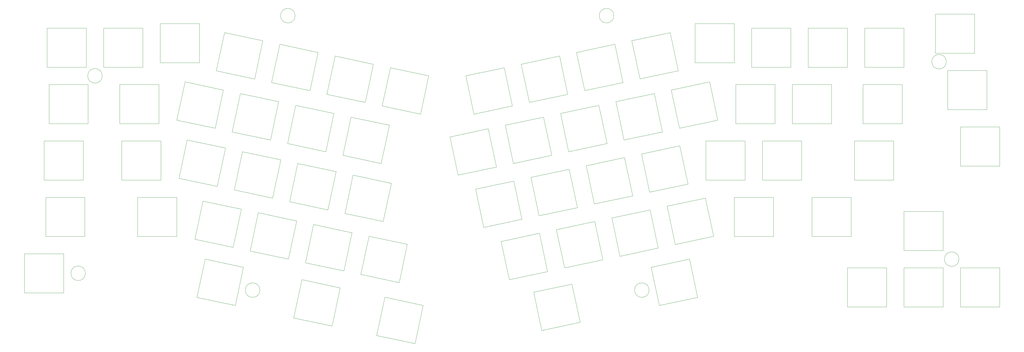
<source format=gbr>
G04 #@! TF.GenerationSoftware,KiCad,Pcbnew,(5.1.7)-1*
G04 #@! TF.CreationDate,2020-10-24T21:34:07+07:00*
G04 #@! TF.ProjectId,arisu,61726973-752e-46b6-9963-61645f706362,1.1*
G04 #@! TF.SameCoordinates,Original*
G04 #@! TF.FileFunction,Other,User*
%FSLAX46Y46*%
G04 Gerber Fmt 4.6, Leading zero omitted, Abs format (unit mm)*
G04 Created by KiCad (PCBNEW (5.1.7)-1) date 2020-10-24 21:34:07*
%MOMM*%
%LPD*%
G01*
G04 APERTURE LIST*
%ADD10C,0.050000*%
G04 APERTURE END LIST*
D10*
X243510266Y-120608720D02*
G75*
G03*
X243510266Y-120608720I-2450000J0D01*
G01*
X347899949Y-110157503D02*
G75*
G03*
X347899949Y-110157503I-2450000J0D01*
G01*
X40740000Y-32120000D02*
X53940000Y-32120000D01*
X53940000Y-32120000D02*
X53940000Y-45320000D01*
X53940000Y-45320000D02*
X40740000Y-45320000D01*
X40740000Y-45320000D02*
X40740000Y-32120000D01*
X41340000Y-64370000D02*
X41340000Y-51170000D01*
X54540000Y-64370000D02*
X41340000Y-64370000D01*
X54540000Y-51170000D02*
X54540000Y-64370000D01*
X41340000Y-51170000D02*
X54540000Y-51170000D01*
X39656250Y-83420000D02*
X39656250Y-70220000D01*
X52856250Y-83420000D02*
X39656250Y-83420000D01*
X52856250Y-70220000D02*
X52856250Y-83420000D01*
X39656250Y-70220000D02*
X52856250Y-70220000D01*
X40243750Y-102470000D02*
X40243750Y-89270000D01*
X53443750Y-102470000D02*
X40243750Y-102470000D01*
X53443750Y-89270000D02*
X53443750Y-102470000D01*
X40243750Y-89270000D02*
X53443750Y-89270000D01*
X33110000Y-121520000D02*
X33110000Y-108320000D01*
X46310000Y-121520000D02*
X33110000Y-121520000D01*
X46310000Y-108320000D02*
X46310000Y-121520000D01*
X33110000Y-108320000D02*
X46310000Y-108320000D01*
X59790000Y-32120000D02*
X72990000Y-32120000D01*
X72990000Y-32120000D02*
X72990000Y-45320000D01*
X72990000Y-45320000D02*
X59790000Y-45320000D01*
X59790000Y-45320000D02*
X59790000Y-32120000D01*
X65150000Y-51170000D02*
X78350000Y-51170000D01*
X78350000Y-51170000D02*
X78350000Y-64370000D01*
X78350000Y-64370000D02*
X65150000Y-64370000D01*
X65150000Y-64370000D02*
X65150000Y-51170000D01*
X65850000Y-70220000D02*
X79050000Y-70220000D01*
X79050000Y-70220000D02*
X79050000Y-83420000D01*
X79050000Y-83420000D02*
X65850000Y-83420000D01*
X65850000Y-83420000D02*
X65850000Y-70220000D01*
X71200000Y-89270000D02*
X84400000Y-89270000D01*
X84400000Y-89270000D02*
X84400000Y-102470000D01*
X84400000Y-102470000D02*
X71200000Y-102470000D01*
X71200000Y-102470000D02*
X71200000Y-89270000D01*
X78840000Y-30619615D02*
X92040000Y-30619615D01*
X92040000Y-30619615D02*
X92040000Y-43819615D01*
X92040000Y-43819615D02*
X78840000Y-43819615D01*
X78840000Y-43819615D02*
X78840000Y-30619615D01*
X87168791Y-50265847D02*
X100080339Y-53010282D01*
X100080339Y-53010282D02*
X97335905Y-65921830D01*
X97335905Y-65921830D02*
X84424357Y-63177396D01*
X84424357Y-63177396D02*
X87168791Y-50265847D01*
X87866458Y-69889740D02*
X100778006Y-72634175D01*
X100778006Y-72634175D02*
X98033572Y-85545723D01*
X98033572Y-85545723D02*
X85122024Y-82801289D01*
X85122024Y-82801289D02*
X87866458Y-69889740D01*
X93222540Y-90503809D02*
X106134088Y-93248244D01*
X106134088Y-93248244D02*
X103389654Y-106159792D01*
X103389654Y-106159792D02*
X90478106Y-103415358D01*
X90478106Y-103415358D02*
X93222540Y-90503809D01*
X91175807Y-123039246D02*
X93920241Y-110127698D01*
X104087355Y-125783681D02*
X91175807Y-123039246D01*
X106831789Y-112872132D02*
X104087355Y-125783681D01*
X93920241Y-110127698D02*
X106831789Y-112872132D01*
X100446449Y-33612504D02*
X113357997Y-36356939D01*
X113357997Y-36356939D02*
X110613563Y-49268487D01*
X110613563Y-49268487D02*
X97702015Y-46524053D01*
X97702015Y-46524053D02*
X100446449Y-33612504D01*
X105802501Y-54226573D02*
X118714049Y-56971008D01*
X118714049Y-56971008D02*
X115969615Y-69882556D01*
X115969615Y-69882556D02*
X103058067Y-67138122D01*
X103058067Y-67138122D02*
X105802501Y-54226573D01*
X106500168Y-73850467D02*
X119411716Y-76594902D01*
X119411716Y-76594902D02*
X116667282Y-89506450D01*
X116667282Y-89506450D02*
X103755734Y-86762016D01*
X103755734Y-86762016D02*
X106500168Y-73850467D01*
X111856250Y-94464535D02*
X124767798Y-97208970D01*
X124767798Y-97208970D02*
X122023364Y-110120518D01*
X122023364Y-110120518D02*
X109111816Y-107376084D01*
X109111816Y-107376084D02*
X111856250Y-94464535D01*
X119080160Y-37573222D02*
X131991708Y-40317657D01*
X131991708Y-40317657D02*
X129247274Y-53229205D01*
X129247274Y-53229205D02*
X116335726Y-50484771D01*
X116335726Y-50484771D02*
X119080160Y-37573222D01*
X124436211Y-58187300D02*
X137347759Y-60931735D01*
X137347759Y-60931735D02*
X134603325Y-73843283D01*
X134603325Y-73843283D02*
X121691777Y-71098849D01*
X121691777Y-71098849D02*
X124436211Y-58187300D01*
X125133878Y-77811194D02*
X138045426Y-80555629D01*
X138045426Y-80555629D02*
X135300992Y-93467177D01*
X135300992Y-93467177D02*
X122389444Y-90722743D01*
X122389444Y-90722743D02*
X125133878Y-77811194D01*
X130489959Y-98425262D02*
X143401507Y-101169697D01*
X143401507Y-101169697D02*
X140657073Y-114081245D01*
X140657073Y-114081245D02*
X127745525Y-111336811D01*
X127745525Y-111336811D02*
X130489959Y-98425262D01*
X123784798Y-129970499D02*
X126529232Y-117058950D01*
X136696346Y-132714933D02*
X123784798Y-129970499D01*
X139440780Y-119803385D02*
X136696346Y-132714933D01*
X126529232Y-117058950D02*
X139440780Y-119803385D01*
X137713872Y-41533940D02*
X150625420Y-44278375D01*
X150625420Y-44278375D02*
X147880986Y-57189923D01*
X147880986Y-57189923D02*
X134969438Y-54445489D01*
X134969438Y-54445489D02*
X137713872Y-41533940D01*
X143069921Y-62148027D02*
X155981469Y-64892462D01*
X155981469Y-64892462D02*
X153237035Y-77804010D01*
X153237035Y-77804010D02*
X140325487Y-75059576D01*
X140325487Y-75059576D02*
X143069921Y-62148027D01*
X143767588Y-81771921D02*
X156679136Y-84516356D01*
X156679136Y-84516356D02*
X153934702Y-97427904D01*
X153934702Y-97427904D02*
X141023154Y-94683470D01*
X141023154Y-94683470D02*
X143767588Y-81771921D01*
X149123669Y-102385989D02*
X162035217Y-105130424D01*
X162035217Y-105130424D02*
X159290783Y-118041972D01*
X159290783Y-118041972D02*
X146379235Y-115297538D01*
X146379235Y-115297538D02*
X149123669Y-102385989D01*
X154479806Y-123000018D02*
X167391354Y-125744453D01*
X167391354Y-125744453D02*
X164646920Y-138656001D01*
X164646920Y-138656001D02*
X151735372Y-135911567D01*
X151735372Y-135911567D02*
X154479806Y-123000018D01*
X156347584Y-45494657D02*
X169259132Y-48239092D01*
X169259132Y-48239092D02*
X166514698Y-61150640D01*
X166514698Y-61150640D02*
X153603150Y-58406206D01*
X153603150Y-58406206D02*
X156347584Y-45494657D01*
X176404646Y-68852467D02*
X189316195Y-66108033D01*
X189316195Y-66108033D02*
X192060629Y-79019581D01*
X192060629Y-79019581D02*
X179149081Y-81764015D01*
X179149081Y-81764015D02*
X176404646Y-68852467D01*
X185023767Y-86496019D02*
X197935316Y-83751585D01*
X197935316Y-83751585D02*
X200679750Y-96663133D01*
X200679750Y-96663133D02*
X187768202Y-99407567D01*
X187768202Y-99407567D02*
X185023767Y-86496019D01*
X193642888Y-104139571D02*
X206554437Y-101395137D01*
X206554437Y-101395137D02*
X209298871Y-114306685D01*
X209298871Y-114306685D02*
X196387323Y-117051119D01*
X196387323Y-117051119D02*
X193642888Y-104139571D01*
X181760873Y-48238368D02*
X194672422Y-45493934D01*
X194672422Y-45493934D02*
X197416856Y-58405482D01*
X197416856Y-58405482D02*
X184505308Y-61149916D01*
X184505308Y-61149916D02*
X181760873Y-48238368D01*
X195038357Y-64891749D02*
X207949906Y-62147315D01*
X207949906Y-62147315D02*
X210694340Y-75058863D01*
X210694340Y-75058863D02*
X197782792Y-77803297D01*
X197782792Y-77803297D02*
X195038357Y-64891749D01*
X203657478Y-82535301D02*
X216569027Y-79790867D01*
X216569027Y-79790867D02*
X219313461Y-92702415D01*
X219313461Y-92702415D02*
X206401913Y-95446849D01*
X206401913Y-95446849D02*
X203657478Y-82535301D01*
X212276600Y-100178853D02*
X225188149Y-97434419D01*
X225188149Y-97434419D02*
X227932583Y-110345967D01*
X227932583Y-110345967D02*
X215021035Y-113090401D01*
X215021035Y-113090401D02*
X212276600Y-100178853D01*
X207335710Y-134199529D02*
X204591274Y-121287981D01*
X220247257Y-131455095D02*
X207335710Y-134199529D01*
X217502823Y-118543547D02*
X220247257Y-131455095D01*
X204591274Y-121287981D02*
X217502823Y-118543547D01*
X200394585Y-44277650D02*
X213306134Y-41533216D01*
X213306134Y-41533216D02*
X216050568Y-54444764D01*
X216050568Y-54444764D02*
X203139020Y-57189198D01*
X203139020Y-57189198D02*
X200394585Y-44277650D01*
X213672069Y-60931032D02*
X226583618Y-58186598D01*
X226583618Y-58186598D02*
X229328052Y-71098146D01*
X229328052Y-71098146D02*
X216416504Y-73842580D01*
X216416504Y-73842580D02*
X213672069Y-60931032D01*
X222291190Y-78574584D02*
X235202739Y-75830150D01*
X235202739Y-75830150D02*
X237947173Y-88741698D01*
X237947173Y-88741698D02*
X225035625Y-91486132D01*
X225035625Y-91486132D02*
X222291190Y-78574584D01*
X230910311Y-96218136D02*
X243821860Y-93473702D01*
X243821860Y-93473702D02*
X246566294Y-106385250D01*
X246566294Y-106385250D02*
X233654746Y-109129684D01*
X233654746Y-109129684D02*
X230910311Y-96218136D01*
X219028297Y-40316933D02*
X231939846Y-37572499D01*
X231939846Y-37572499D02*
X234684280Y-50484047D01*
X234684280Y-50484047D02*
X221772732Y-53228481D01*
X221772732Y-53228481D02*
X219028297Y-40316933D01*
X232305781Y-56970314D02*
X245217330Y-54225880D01*
X245217330Y-54225880D02*
X247961764Y-67137428D01*
X247961764Y-67137428D02*
X235050216Y-69881862D01*
X235050216Y-69881862D02*
X232305781Y-56970314D01*
X240924902Y-74613866D02*
X253836451Y-71869432D01*
X253836451Y-71869432D02*
X256580885Y-84780980D01*
X256580885Y-84780980D02*
X243669337Y-87525414D01*
X243669337Y-87525414D02*
X240924902Y-74613866D01*
X249544023Y-92257418D02*
X262455572Y-89512984D01*
X262455572Y-89512984D02*
X265200006Y-102424532D01*
X265200006Y-102424532D02*
X252288458Y-105168966D01*
X252288458Y-105168966D02*
X249544023Y-92257418D01*
X246932345Y-125783017D02*
X244187910Y-112871469D01*
X259843893Y-123038583D02*
X246932345Y-125783017D01*
X257099459Y-110127034D02*
X259843893Y-123038583D01*
X244187910Y-112871469D02*
X257099459Y-110127034D01*
X237662008Y-36356215D02*
X250573557Y-33611781D01*
X250573557Y-33611781D02*
X253317991Y-46523329D01*
X253317991Y-46523329D02*
X240406443Y-49267763D01*
X240406443Y-49267763D02*
X237662008Y-36356215D01*
X250939493Y-53009596D02*
X263851042Y-50265162D01*
X263851042Y-50265162D02*
X266595476Y-63176710D01*
X266595476Y-63176710D02*
X253683928Y-65921144D01*
X253683928Y-65921144D02*
X250939493Y-53009596D01*
X262650000Y-70220000D02*
X275850000Y-70220000D01*
X275850000Y-70220000D02*
X275850000Y-83420000D01*
X275850000Y-83420000D02*
X262650000Y-83420000D01*
X262650000Y-83420000D02*
X262650000Y-70220000D01*
X272175019Y-89269998D02*
X285375019Y-89269998D01*
X285375019Y-89269998D02*
X285375019Y-102469998D01*
X285375019Y-102469998D02*
X272175019Y-102469998D01*
X272175019Y-102469998D02*
X272175019Y-89269998D01*
X258970000Y-30619615D02*
X272170000Y-30619615D01*
X272170000Y-30619615D02*
X272170000Y-43819615D01*
X272170000Y-43819615D02*
X258970000Y-43819615D01*
X258970000Y-43819615D02*
X258970000Y-30619615D01*
X272660000Y-51170000D02*
X285860000Y-51170000D01*
X285860000Y-51170000D02*
X285860000Y-64370000D01*
X285860000Y-64370000D02*
X272660000Y-64370000D01*
X272660000Y-64370000D02*
X272660000Y-51170000D01*
X281700000Y-70220000D02*
X294900000Y-70220000D01*
X294900000Y-70220000D02*
X294900000Y-83420000D01*
X294900000Y-83420000D02*
X281700000Y-83420000D01*
X281700000Y-83420000D02*
X281700000Y-70220000D01*
X298368769Y-102469998D02*
X298368769Y-89269998D01*
X311568769Y-102469998D02*
X298368769Y-102469998D01*
X311568769Y-89269998D02*
X311568769Y-102469998D01*
X298368769Y-89269998D02*
X311568769Y-89269998D01*
X278020000Y-32120000D02*
X291220000Y-32120000D01*
X291220000Y-32120000D02*
X291220000Y-45320000D01*
X291220000Y-45320000D02*
X278020000Y-45320000D01*
X278020000Y-45320000D02*
X278020000Y-32120000D01*
X291710000Y-51170000D02*
X304910000Y-51170000D01*
X304910000Y-51170000D02*
X304910000Y-64370000D01*
X304910000Y-64370000D02*
X291710000Y-64370000D01*
X291710000Y-64370000D02*
X291710000Y-51170000D01*
X312656250Y-83420000D02*
X312656250Y-70220000D01*
X325856250Y-83420000D02*
X312656250Y-83420000D01*
X325856250Y-70220000D02*
X325856250Y-83420000D01*
X312656250Y-70220000D02*
X325856250Y-70220000D01*
X310274949Y-113082503D02*
X323474949Y-113082503D01*
X323474949Y-113082503D02*
X323474949Y-126282503D01*
X323474949Y-126282503D02*
X310274949Y-126282503D01*
X310274949Y-126282503D02*
X310274949Y-113082503D01*
X297070000Y-32120000D02*
X310270000Y-32120000D01*
X310270000Y-32120000D02*
X310270000Y-45320000D01*
X310270000Y-45320000D02*
X297070000Y-45320000D01*
X297070000Y-45320000D02*
X297070000Y-32120000D01*
X315530000Y-64370000D02*
X315530000Y-51170000D01*
X328730000Y-64370000D02*
X315530000Y-64370000D01*
X328730000Y-51170000D02*
X328730000Y-64370000D01*
X315530000Y-51170000D02*
X328730000Y-51170000D01*
X329324949Y-94032503D02*
X342524949Y-94032503D01*
X342524949Y-94032503D02*
X342524949Y-107232503D01*
X342524949Y-107232503D02*
X329324949Y-107232503D01*
X329324949Y-107232503D02*
X329324949Y-94032503D01*
X329324949Y-113082503D02*
X342524949Y-113082503D01*
X342524949Y-113082503D02*
X342524949Y-126282503D01*
X342524949Y-126282503D02*
X329324949Y-126282503D01*
X329324949Y-126282503D02*
X329324949Y-113082503D01*
X316120000Y-32120000D02*
X329320000Y-32120000D01*
X329320000Y-32120000D02*
X329320000Y-45320000D01*
X329320000Y-45320000D02*
X316120000Y-45320000D01*
X316120000Y-45320000D02*
X316120000Y-32120000D01*
X339932542Y-27357509D02*
X353132542Y-27357509D01*
X353132542Y-27357509D02*
X353132542Y-40557509D01*
X353132542Y-40557509D02*
X339932542Y-40557509D01*
X339932542Y-40557509D02*
X339932542Y-27357509D01*
X344105000Y-46407516D02*
X357305000Y-46407516D01*
X357305000Y-46407516D02*
X357305000Y-59607516D01*
X357305000Y-59607516D02*
X344105000Y-59607516D01*
X344105000Y-59607516D02*
X344105000Y-46407516D01*
X348374949Y-65457519D02*
X361574949Y-65457519D01*
X361574949Y-65457519D02*
X361574949Y-78657519D01*
X361574949Y-78657519D02*
X348374949Y-78657519D01*
X348374949Y-78657519D02*
X348374949Y-65457519D01*
X348374949Y-113082503D02*
X361574949Y-113082503D01*
X361574949Y-113082503D02*
X361574949Y-126282503D01*
X361574949Y-126282503D02*
X348374949Y-126282503D01*
X348374949Y-126282503D02*
X348374949Y-113082503D01*
X59315000Y-48245000D02*
G75*
G03*
X59315000Y-48245000I-2450000J0D01*
G01*
X53647500Y-114920000D02*
G75*
G03*
X53647500Y-114920000I-2450000J0D01*
G01*
X124277220Y-27932509D02*
G75*
G03*
X124277220Y-27932509I-2450000J0D01*
G01*
X112409436Y-120609368D02*
G75*
G03*
X112409436Y-120609368I-2450000J0D01*
G01*
X231642785Y-27932509D02*
G75*
G03*
X231642785Y-27932509I-2450000J0D01*
G01*
X343630000Y-43482516D02*
G75*
G03*
X343630000Y-43482516I-2450000J0D01*
G01*
M02*

</source>
